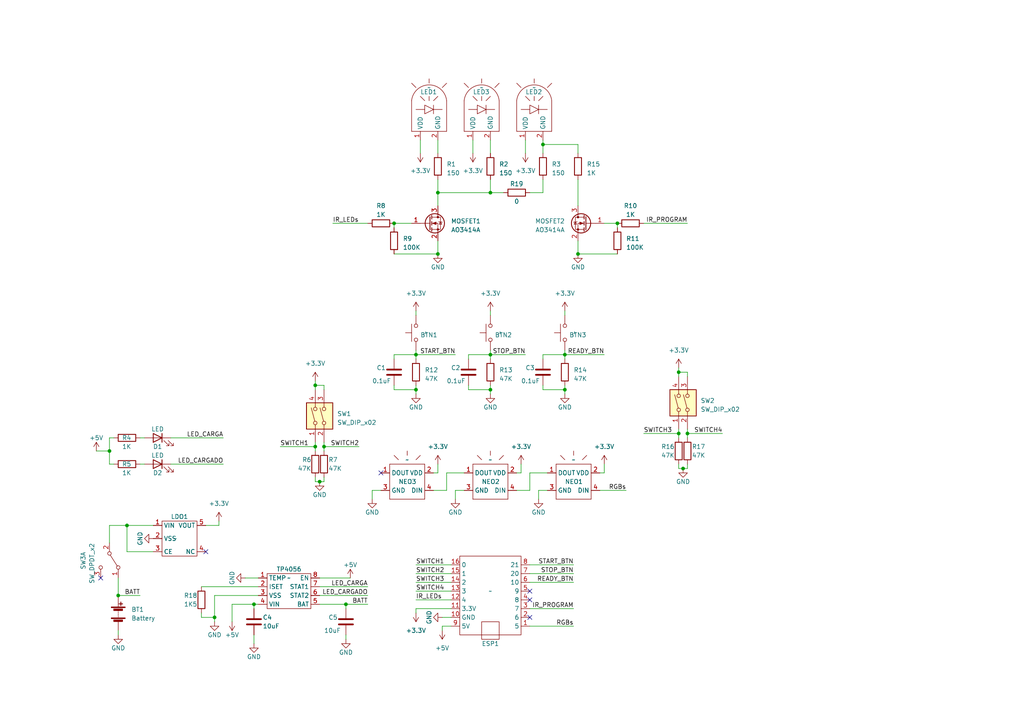
<source format=kicad_sch>
(kicad_sch (version 20230121) (generator eeschema)
  (paper "A4")
  (lib_symbols
    (symbol "Device:Battery" (pin_numbers hide) (pin_names (offset 0) hide)
      (property "Reference" "BT" (at 2.54 2.54 0))
      (property "Value" "Battery" (at 2.54 0 0))
      (symbol "Battery_0_1"
        (rectangle (start -2.032 -1.397) (end 2.032 -1.651) (fill (type outline)))
        (rectangle (start -2.032 1.778) (end 2.032 1.524) (fill (type outline)))
        (rectangle (start -1.3208 -1.9812) (end 1.27 -2.4892) (fill (type outline)))
        (rectangle (start -1.3208 1.1938) (end 1.27 0.6858) (fill (type outline)))
        (polyline (pts (xy 0 -1.524) (xy 0 -1.27)))
        (polyline (pts (xy 0 -1.016) (xy 0 -0.762)))
        (polyline (pts (xy 0 -0.508) (xy 0 -0.254)))
        (polyline (pts (xy 0 0) (xy 0 0.254)))
        (polyline (pts (xy 0 0.508) (xy 0 0.762)))
        (polyline (pts (xy 0 1.778) (xy 0 2.54)))
        (polyline (pts (xy 0.254 2.667) (xy 1.27 2.667)) (stroke (width 0.254)))
        (polyline (pts (xy 0.762 3.175) (xy 0.762 2.159)) (stroke (width 0.254)))
      )
      (symbol "Battery_1_1"
        (pin passive line (at 0 5.08 270) (length 2.54) (name "+") (number "1"))
        (pin passive line (at 0 -5.08 90) (length 2.54) (name "-") (number "2"))
      )
    )
    (symbol "Device:C" (pin_numbers hide) (pin_names (offset 0.254))
      (property "Reference" "C" (at 0.635 2.54 0))
      (property "Value" "C" (at 0.635 -2.54 0))
      (symbol "C_0_1"
        (polyline (pts (xy -2.032 -0.762) (xy 2.032 -0.762)) (stroke (width 0.508)))
        (polyline (pts (xy -2.032 0.762) (xy 2.032 0.762)) (stroke (width 0.508)))
      )
      (symbol "C_1_1"
        (pin passive line (at 0 3.81 270) (length 2.794) (name "~") (number "1"))
        (pin passive line (at 0 -3.81 90) (length 2.794) (name "~") (number "2"))
      )
    )
    (symbol "Device:LED" (pin_numbers hide) (pin_names (offset 1.016) hide)
      (property "Reference" "D" (at 0 2.54 0))
      (property "Value" "LED" (at 0 -2.54 0))
      (symbol "LED_0_1"
        (polyline (pts (xy -1.27 -1.27) (xy -1.27 1.27)) (stroke (width 0.254)))
        (polyline (pts (xy -1.27 0) (xy 1.27 0)))
        (polyline (pts (xy 1.27 -1.27) (xy 1.27 1.27) (xy -1.27 0) (xy 1.27 -1.27)) (stroke (width 0.254)))
        (polyline (pts (xy -3.048 -0.762) (xy -4.572 -2.286) (xy -3.81 -2.286) (xy -4.572 -2.286) (xy -4.572 -1.524)))
        (polyline (pts (xy -1.778 -0.762) (xy -3.302 -2.286) (xy -2.54 -2.286) (xy -3.302 -2.286) (xy -3.302 -1.524)))
      )
      (symbol "LED_1_1"
        (pin passive line (at -3.81 0 0) (length 2.54) (name "K") (number "1"))
        (pin passive line (at 3.81 0 180) (length 2.54) (name "A") (number "2"))
      )
    )
    (symbol "Device:R" (pin_numbers hide) (pin_names (offset 0))
      (property "Reference" "R" (at 2.032 0 90))
      (property "Value" "R" (at 0 0 90))
      (symbol "R_0_1"
        (rectangle (start -1.016 -2.54) (end 1.016 2.54) (stroke (width 0.254)))
      )
      (symbol "R_1_1"
        (pin passive line (at 0 3.81 270) (length 1.27) (name "~") (number "1"))
        (pin passive line (at 0 -3.81 90) (length 1.27) (name "~") (number "2"))
      )
    )
    (symbol "Led_5mm_WS2812D__1"
      (property "Reference" "NEO1" (at 0 3.81 0))
      (property "Value" "~" (at 2.54 10.16 0))
      (symbol "Led_5mm_WS2812D__1_0_1"
        (polyline (pts (xy -2.54 -1.27) (xy -2.54 8.89)))
        (polyline (pts (xy -2.54 -1.27) (xy 7.62 -1.27)))
        (polyline (pts (xy -2.54 8.89) (xy 7.62 8.89)))
        (polyline (pts (xy 0 10.16) (xy -1.27 11.43)))
        (polyline (pts (xy 2.54 11.43) (xy 2.54 12.7)))
        (polyline (pts (xy 5.08 10.16) (xy 6.35 11.43)))
        (polyline (pts (xy 7.62 -1.27) (xy 7.62 8.89)))
      )
      (symbol "Led_5mm_WS2812D__1_1_1"
        (pin input line (at -5.08 6.35 0) (length 2.54) (name "DOUT") (number "1"))
        (pin power_in line (at 10.16 6.35 180) (length 2.54) (name "VDD") (number "2"))
        (pin power_out line (at -5.08 1.27 0) (length 2.54) (name "GND") (number "3"))
        (pin input line (at 10.16 1.27 180) (length 2.54) (name "DIN") (number "4"))
      )
    )
    (symbol "Led_5mm_WS2812D__2"
      (property "Reference" "NEO2" (at 0 10.16 0))
      (property "Value" "~" (at 2.54 11.43 0))
      (symbol "Led_5mm_WS2812D__2_0_1"
        (polyline (pts (xy -2.54 -1.27) (xy -2.54 7.62)))
        (polyline (pts (xy -2.54 -1.27) (xy 7.62 -1.27)))
        (polyline (pts (xy -1.27 11.43) (xy -2.54 12.7)))
        (polyline (pts (xy 1.27 7.62) (xy 0 8.89)))
        (polyline (pts (xy 2.54 7.62) (xy 2.54 8.89)))
        (polyline (pts (xy 2.54 12.7) (xy 2.54 13.97)))
        (polyline (pts (xy 3.81 5.08) (xy 6.35 5.08)))
        (polyline (pts (xy 3.81 6.35) (xy 3.81 3.81)))
        (polyline (pts (xy 3.81 7.62) (xy 5.08 8.89)))
        (polyline (pts (xy 6.35 11.43) (xy 7.62 12.7)))
        (polyline (pts (xy 7.62 -1.27) (xy 7.62 7.62)))
        (polyline (pts (xy -1.27 5.08) (xy 1.27 5.08) (xy 1.27 3.81) (xy 3.81 5.08) (xy 1.27 6.35) (xy 1.27 5.08) (xy 1.27 6.35)))
        (arc (start 7.62 7.62) (mid 2.54 12.2078) (end -2.54 7.62))
      )
      (symbol "Led_5mm_WS2812D__2_1_1"
        (pin power_in line (at 0 -3.81 90) (length 2.54) (name "VDD") (number "1"))
        (pin power_out line (at 5.08 -3.81 90) (length 2.54) (name "GND") (number "2"))
      )
    )
    (symbol "Switch:SW_DIP_x02" (pin_names (offset 0) hide)
      (property "Reference" "SW" (at 0 6.35 0))
      (property "Value" "SW_DIP_x02" (at 0 -3.81 0))
      (symbol "SW_DIP_x02_0_0"
        (circle (center -2.032 0) (radius 0.508))
        (circle (center -2.032 2.54) (radius 0.508))
        (polyline (pts (xy -1.524 0.127) (xy 2.3622 1.1684)))
        (polyline (pts (xy -1.524 2.667) (xy 2.3622 3.7084)))
        (circle (center 2.032 0) (radius 0.508))
        (circle (center 2.032 2.54) (radius 0.508))
      )
      (symbol "SW_DIP_x02_0_1"
        (rectangle (start -3.81 5.08) (end 3.81 -2.54) (stroke (width 0.254)) (fill (type background)))
      )
      (symbol "SW_DIP_x02_1_1"
        (pin passive line (at -7.62 2.54 0) (length 5.08) (name "~") (number "1"))
        (pin passive line (at -7.62 0 0) (length 5.08) (name "~") (number "2"))
        (pin passive line (at 7.62 0 180) (length 5.08) (name "~") (number "3"))
        (pin passive line (at 7.62 2.54 180) (length 5.08) (name "~") (number "4"))
      )
    )
    (symbol "Switch:SW_DPDT_x2" (pin_names (offset 0) hide)
      (property "Reference" "SW" (at 0 4.318 0))
      (property "Value" "SW_DPDT_x2" (at 0 -5.08 0))
      (symbol "SW_DPDT_x2_0_0"
        (circle (center -2.032 0) (radius 0.508))
        (circle (center 2.032 -2.54) (radius 0.508))
      )
      (symbol "SW_DPDT_x2_0_1"
        (polyline (pts (xy -1.524 0.254) (xy 1.651 2.286)))
        (circle (center 2.032 2.54) (radius 0.508))
      )
      (symbol "SW_DPDT_x2_1_1"
        (pin passive line (at 5.08 2.54 180) (length 2.54) (name "A") (number "1"))
        (pin passive line (at -5.08 0 0) (length 2.54) (name "B") (number "2"))
        (pin passive line (at 5.08 -2.54 180) (length 2.54) (name "C") (number "3"))
      )
      (symbol "SW_DPDT_x2_2_1"
        (pin passive line (at 5.08 2.54 180) (length 2.54) (name "A") (number "4"))
        (pin passive line (at -5.08 0 0) (length 2.54) (name "B") (number "5"))
        (pin passive line (at 5.08 -2.54 180) (length 2.54) (name "C") (number "6"))
      )
    )
    (symbol "Transistor_FET:AO3400A" (pin_names hide)
      (property "Reference" "Q" (at 5.08 1.905 0))
      (property "Value" "AO3400A" (at 5.08 0 0))
      (symbol "AO3400A_0_1"
        (polyline (pts (xy 0.254 0) (xy -2.54 0)))
        (polyline (pts (xy 0.254 1.905) (xy 0.254 -1.905)) (stroke (width 0.254)))
        (polyline (pts (xy 0.762 -1.27) (xy 0.762 -2.286)) (stroke (width 0.254)))
        (polyline (pts (xy 0.762 0.508) (xy 0.762 -0.508)) (stroke (width 0.254)))
        (polyline (pts (xy 0.762 2.286) (xy 0.762 1.27)) (stroke (width 0.254)))
        (polyline (pts (xy 2.54 2.54) (xy 2.54 1.778)))
        (polyline (pts (xy 2.54 -2.54) (xy 2.54 0) (xy 0.762 0)))
        (polyline (pts (xy 0.762 -1.778) (xy 3.302 -1.778) (xy 3.302 1.778) (xy 0.762 1.778)))
        (polyline (pts (xy 1.016 0) (xy 2.032 0.381) (xy 2.032 -0.381) (xy 1.016 0)) (fill (type outline)))
        (polyline (pts (xy 2.794 0.508) (xy 2.921 0.381) (xy 3.683 0.381) (xy 3.81 0.254)))
        (polyline (pts (xy 3.302 0.381) (xy 2.921 -0.254) (xy 3.683 -0.254) (xy 3.302 0.381)))
        (circle (center 1.651 0) (radius 2.794) (stroke (width 0.254)))
        (circle (center 2.54 -1.778) (radius 0.254) (fill (type outline)))
        (circle (center 2.54 1.778) (radius 0.254) (fill (type outline)))
      )
      (symbol "AO3400A_1_1"
        (pin input line (at -5.08 0 0) (length 2.54) (name "G") (number "1"))
        (pin passive line (at 2.54 -5.08 90) (length 2.54) (name "S") (number "2"))
        (pin passive line (at 2.54 5.08 270) (length 2.54) (name "D") (number "3"))
      )
    )
    (symbol "custom_symbols:4056H"
      (property "Reference" "TP4056" (at 0 6.35 0))
      (property "Value" "~" (at 0 3.81 0))
      (symbol "4056H_0_1"
        (rectangle (start -6.35 5.08) (end 6.35 -5.08))
      )
      (symbol "4056H_1_1"
        (pin input line (at -8.89 3.81 0) (length 2.54) (name "TEMP") (number "1"))
        (pin input line (at -8.89 1.27 0) (length 2.54) (name "ISET") (number "2"))
        (pin input line (at -8.89 -1.27 0) (length 2.54) (name "VSS") (number "3"))
        (pin input line (at -8.89 -3.81 0) (length 2.54) (name "VIN") (number "4"))
        (pin input line (at 8.89 -3.81 180) (length 2.54) (name "BAT") (number "5"))
        (pin input line (at 8.89 -1.27 180) (length 2.54) (name "STAT2") (number "6"))
        (pin input line (at 8.89 1.27 180) (length 2.54) (name "STAT1") (number "7"))
        (pin input line (at 8.89 3.81 180) (length 2.54) (name "EN") (number "8"))
      )
    )
    (symbol "custom_symbols:Button" (pin_numbers hide) (pin_names (offset 1.016) hide)
      (property "Reference" "BTN" (at 1.27 2.54 0))
      (symbol "Button_0_1"
        (circle (center -2.032 0) (radius 0.508))
        (polyline (pts (xy 0 1.27) (xy 0 3.048)))
        (polyline (pts (xy 2.54 1.27) (xy -2.54 1.27)))
        (circle (center 2.032 0) (radius 0.508))
        (pin passive line (at -5.08 0 0) (length 2.54) (name "1") (number "1"))
        (pin passive line (at 5.08 0 180) (length 2.54) (name "2") (number "2"))
      )
    )
    (symbol "custom_symbols:ESP32_supermini"
      (property "Reference" "ESP1" (at 0 -1.27 0))
      (property "Value" "~" (at 0 -2.54 0))
      (symbol "ESP32_supermini_0_1"
        (rectangle (start -8.89 10.16) (end 8.89 -12.7))
        (rectangle (start -2.54 11.43) (end 2.54 6.35))
      )
      (symbol "ESP32_supermini_1_1"
        (pin bidirectional line (at -11.43 7.62 0) (length 2.54) (name "5") (number "1"))
        (pin power_in line (at 11.43 5.08 180) (length 2.54) (name "GND") (number "10"))
        (pin power_in line (at 11.43 2.54 180) (length 2.54) (name "3.3V") (number "11"))
        (pin bidirectional line (at 11.43 0 180) (length 2.54) (name "4") (number "12"))
        (pin bidirectional line (at 11.43 -2.54 180) (length 2.54) (name "3") (number "13"))
        (pin bidirectional line (at 11.43 -5.08 180) (length 2.54) (name "2") (number "14"))
        (pin bidirectional line (at 11.43 -7.62 180) (length 2.54) (name "1") (number "15"))
        (pin bidirectional line (at 11.43 -10.16 180) (length 2.54) (name "0") (number "16"))
        (pin bidirectional line (at -11.43 5.08 0) (length 2.54) (name "6") (number "2"))
        (pin bidirectional line (at -11.43 2.54 0) (length 2.54) (name "7") (number "3"))
        (pin bidirectional line (at -11.43 0 0) (length 2.54) (name "8") (number "4"))
        (pin bidirectional line (at -11.43 -2.54 0) (length 2.54) (name "9") (number "5"))
        (pin bidirectional line (at -11.43 -5.08 0) (length 2.54) (name "10") (number "6"))
        (pin bidirectional line (at -11.43 -7.62 0) (length 2.54) (name "20") (number "7"))
        (pin bidirectional line (at -11.43 -10.16 0) (length 2.54) (name "21") (number "8"))
        (pin power_in line (at 11.43 7.62 180) (length 2.54) (name "5V") (number "9"))
      )
    )
    (symbol "custom_symbols:LDO_ME611C33"
      (property "Reference" "LDO" (at 0 6.35 0))
      (symbol "LDO_ME611C33_0_1"
        (rectangle (start -5.08 5.08) (end 5.08 -5.08))
      )
      (symbol "LDO_ME611C33_1_1"
        (pin power_in line (at -7.62 3.81 0) (length 2.54) (name "VIN") (number "1"))
        (pin power_out line (at -7.62 0 0) (length 2.54) (name "VSS") (number "2"))
        (pin input line (at -7.62 -3.81 0) (length 2.54) (name "CE") (number "3"))
        (pin input line (at 7.62 -3.81 180) (length 2.54) (name "NC") (number "4"))
        (pin input line (at 7.62 3.81 180) (length 2.54) (name "VOUT") (number "5"))
      )
    )
    (symbol "power:+3.3V" (power) (pin_names (offset 0))
      (property "Value" "+3.3V" (at 0 3.556 0))
      (symbol "+3.3V_0_1"
        (polyline (pts (xy -0.762 1.27) (xy 0 2.54)))
        (polyline (pts (xy 0 0) (xy 0 2.54)))
        (polyline (pts (xy 0 2.54) (xy 0.762 1.27)))
      )
      (symbol "+3.3V_1_1"
        (pin power_in line (at 0 0 90) (length 0) hide (name "+3.3V") (number "1"))
      )
    )
    (symbol "power:+5V" (power) (pin_names (offset 0))
      (property "Value" "+5V" (at 0 3.556 0))
      (symbol "+5V_0_1"
        (polyline (pts (xy -0.762 1.27) (xy 0 2.54)))
        (polyline (pts (xy 0 0) (xy 0 2.54)))
        (polyline (pts (xy 0 2.54) (xy 0.762 1.27)))
      )
      (symbol "+5V_1_1"
        (pin power_in line (at 0 0 90) (length 0) hide (name "+5V") (number "1"))
      )
    )
    (symbol "power:GND" (power) (pin_names (offset 0))
      (property "Value" "GND" (at 0 -3.81 0))
      (symbol "GND_0_1"
        (polyline (pts (xy 0 0) (xy 0 -1.27) (xy 1.27 -1.27) (xy 0 -2.54) (xy -1.27 -1.27) (xy 0 -1.27)))
      )
      (symbol "GND_1_1"
        (pin power_in line (at 0 0 270) (length 0) hide (name "GND") (number "1"))
      )
    )
  )
  (junction (at 127 73.66))
  (junction (at 142.24 55.88))
  (junction (at 91.44 129.54))
  (junction (at 127 55.88))
  (junction (at 62.23 179.07))
  (junction (at 199.39 125.73))
  (junction (at 92.71 139.7))
  (junction (at 120.65 113.03))
  (junction (at 157.48 41.91))
  (junction (at 196.85 107.95))
  (junction (at 179.07 64.77))
  (junction (at 163.83 113.03))
  (junction (at 31.75 130.81))
  (junction (at 163.83 102.87))
  (junction (at 100.33 175.26))
  (junction (at 34.29 172.72))
  (junction (at 36.83 152.4))
  (junction (at 93.98 129.54))
  (junction (at 114.3 64.77))
  (junction (at 142.24 102.87))
  (junction (at 167.64 73.66))
  (junction (at 198.12 135.89))
  (junction (at 120.65 102.87))
  (junction (at 196.85 125.73))
  (junction (at 142.24 113.03))
  (junction (at 73.66 175.26))
  (junction (at 91.44 111.76))
  (no_connect (at 110.49 137.16))
  (no_connect (at 153.67 179.07))
  (no_connect (at 59.69 160.02))
  (no_connect (at 153.67 171.45))
  (no_connect (at 153.67 173.99))
  (no_connect (at 29.21 167.64))
  (wire (pts (xy 91.44 128.27) (xy 91.44 129.54)))
  (wire (pts (xy 127 55.88) (xy 127 59.69)))
  (wire (pts (xy 120.65 102.87) (xy 120.65 104.14)))
  (wire (pts (xy 167.64 41.91) (xy 167.64 44.45)))
  (wire (pts (xy 166.37 166.37) (xy 153.67 166.37)))
  (wire (pts (xy 71.12 167.64) (xy 74.93 167.64)))
  (wire (pts (xy 175.26 134.62) (xy 175.26 137.16)))
  (wire (pts (xy 142.24 52.07) (xy 142.24 55.88)))
  (wire (pts (xy 175.26 137.16) (xy 173.99 137.16)))
  (wire (pts (xy 157.48 41.91) (xy 167.64 41.91)))
  (wire (pts (xy 31.75 134.62) (xy 31.75 130.81)))
  (wire (pts (xy 137.16 40.64) (xy 137.16 44.45)))
  (wire (pts (xy 179.07 64.77) (xy 179.07 66.04)))
  (wire (pts (xy 100.33 175.26) (xy 106.68 175.26)))
  (wire (pts (xy 151.13 137.16) (xy 149.86 137.16)))
  (wire (pts (xy 36.83 160.02) (xy 36.83 152.4)))
  (wire (pts (xy 58.42 177.8) (xy 58.42 179.07)))
  (wire (pts (xy 142.24 102.87) (xy 152.4 102.87)))
  (wire (pts (xy 92.71 172.72) (xy 106.68 172.72)))
  (wire (pts (xy 157.48 41.91) (xy 157.48 44.45)))
  (wire (pts (xy 163.83 102.87) (xy 157.48 102.87)))
  (wire (pts (xy 91.44 111.76) (xy 91.44 113.03)))
  (wire (pts (xy 157.48 40.64) (xy 157.48 41.91)))
  (wire (pts (xy 91.44 139.7) (xy 92.71 139.7)))
  (wire (pts (xy 130.81 166.37) (xy 120.65 166.37)))
  (wire (pts (xy 196.85 107.95) (xy 199.39 107.95)))
  (wire (pts (xy 153.67 142.24) (xy 153.67 137.16)))
  (wire (pts (xy 142.24 113.03) (xy 142.24 114.3)))
  (wire (pts (xy 142.24 40.64) (xy 142.24 44.45)))
  (wire (pts (xy 31.75 152.4) (xy 36.83 152.4)))
  (wire (pts (xy 100.33 184.15) (xy 100.33 185.42)))
  (wire (pts (xy 163.83 113.03) (xy 163.83 114.3)))
  (wire (pts (xy 157.48 102.87) (xy 157.48 104.14)))
  (wire (pts (xy 199.39 107.95) (xy 199.39 109.22)))
  (wire (pts (xy 153.67 137.16) (xy 158.75 137.16)))
  (wire (pts (xy 121.92 40.64) (xy 121.92 44.45)))
  (wire (pts (xy 49.53 134.62) (xy 64.77 134.62)))
  (wire (pts (xy 166.37 176.53) (xy 153.67 176.53)))
  (wire (pts (xy 127 134.62) (xy 127 137.16)))
  (wire (pts (xy 58.42 170.18) (xy 74.93 170.18)))
  (wire (pts (xy 58.42 179.07) (xy 62.23 179.07)))
  (wire (pts (xy 36.83 152.4) (xy 44.45 152.4)))
  (wire (pts (xy 120.65 113.03) (xy 120.65 114.3)))
  (wire (pts (xy 166.37 181.61) (xy 153.67 181.61)))
  (wire (pts (xy 107.95 142.24) (xy 107.95 144.78)))
  (wire (pts (xy 163.83 111.76) (xy 163.83 113.03)))
  (wire (pts (xy 163.83 101.6) (xy 163.83 102.87)))
  (wire (pts (xy 127 55.88) (xy 142.24 55.88)))
  (wire (pts (xy 199.39 124.46) (xy 199.39 125.73)))
  (wire (pts (xy 130.81 179.07) (xy 128.27 179.07)))
  (wire (pts (xy 198.12 135.89) (xy 199.39 135.89)))
  (wire (pts (xy 149.86 142.24) (xy 153.67 142.24)))
  (wire (pts (xy 127 137.16) (xy 125.73 137.16)))
  (wire (pts (xy 92.71 139.7) (xy 93.98 139.7)))
  (wire (pts (xy 163.83 90.17) (xy 163.83 91.44)))
  (wire (pts (xy 130.81 171.45) (xy 120.65 171.45)))
  (wire (pts (xy 130.81 181.61) (xy 128.27 181.61)))
  (wire (pts (xy 128.27 181.61) (xy 128.27 182.88)))
  (wire (pts (xy 158.75 142.24) (xy 156.21 142.24)))
  (wire (pts (xy 91.44 110.49) (xy 91.44 111.76)))
  (wire (pts (xy 63.5 152.4) (xy 63.5 151.13)))
  (wire (pts (xy 129.54 142.24) (xy 129.54 137.16)))
  (wire (pts (xy 93.98 139.7) (xy 93.98 138.43)))
  (wire (pts (xy 27.94 130.81) (xy 31.75 130.81)))
  (wire (pts (xy 114.3 64.77) (xy 114.3 66.04)))
  (wire (pts (xy 81.28 129.54) (xy 91.44 129.54)))
  (wire (pts (xy 91.44 111.76) (xy 93.98 111.76)))
  (wire (pts (xy 67.31 175.26) (xy 73.66 175.26)))
  (wire (pts (xy 163.83 102.87) (xy 163.83 104.14)))
  (wire (pts (xy 186.69 64.77) (xy 199.39 64.77)))
  (wire (pts (xy 93.98 129.54) (xy 104.14 129.54)))
  (wire (pts (xy 196.85 135.89) (xy 198.12 135.89)))
  (wire (pts (xy 130.81 168.91) (xy 120.65 168.91)))
  (wire (pts (xy 31.75 152.4) (xy 31.75 157.48)))
  (wire (pts (xy 40.64 134.62) (xy 41.91 134.62)))
  (wire (pts (xy 166.37 163.83) (xy 153.67 163.83)))
  (wire (pts (xy 199.39 125.73) (xy 209.55 125.73)))
  (wire (pts (xy 196.85 107.95) (xy 196.85 109.22)))
  (wire (pts (xy 151.13 134.62) (xy 151.13 137.16)))
  (wire (pts (xy 92.71 167.64) (xy 101.6 167.64)))
  (wire (pts (xy 129.54 137.16) (xy 134.62 137.16)))
  (wire (pts (xy 199.39 125.73) (xy 199.39 127)))
  (wire (pts (xy 175.26 64.77) (xy 179.07 64.77)))
  (wire (pts (xy 173.99 142.24) (xy 181.61 142.24)))
  (wire (pts (xy 199.39 135.89) (xy 199.39 134.62)))
  (wire (pts (xy 120.65 176.53) (xy 120.65 177.8)))
  (wire (pts (xy 157.48 52.07) (xy 157.48 55.88)))
  (wire (pts (xy 142.24 102.87) (xy 142.24 104.14)))
  (wire (pts (xy 93.98 129.54) (xy 93.98 130.81)))
  (wire (pts (xy 114.3 64.77) (xy 119.38 64.77)))
  (wire (pts (xy 196.85 124.46) (xy 196.85 125.73)))
  (wire (pts (xy 92.71 175.26) (xy 100.33 175.26)))
  (wire (pts (xy 100.33 175.26) (xy 100.33 176.53)))
  (wire (pts (xy 127 52.07) (xy 127 55.88)))
  (wire (pts (xy 93.98 111.76) (xy 93.98 113.03)))
  (wire (pts (xy 166.37 168.91) (xy 153.67 168.91)))
  (wire (pts (xy 120.65 102.87) (xy 114.3 102.87)))
  (wire (pts (xy 142.24 55.88) (xy 146.05 55.88)))
  (wire (pts (xy 130.81 173.99) (xy 120.65 173.99)))
  (wire (pts (xy 167.64 73.66) (xy 179.07 73.66)))
  (wire (pts (xy 62.23 180.34) (xy 62.23 179.07)))
  (wire (pts (xy 62.23 179.07) (xy 62.23 172.72)))
  (wire (pts (xy 96.52 64.77) (xy 106.68 64.77)))
  (wire (pts (xy 110.49 142.24) (xy 107.95 142.24)))
  (wire (pts (xy 73.66 184.15) (xy 73.66 186.69)))
  (wire (pts (xy 135.89 111.76) (xy 135.89 113.03)))
  (wire (pts (xy 34.29 172.72) (xy 40.64 172.72)))
  (wire (pts (xy 153.67 55.88) (xy 157.48 55.88)))
  (wire (pts (xy 125.73 142.24) (xy 129.54 142.24)))
  (wire (pts (xy 93.98 128.27) (xy 93.98 129.54)))
  (wire (pts (xy 34.29 182.88) (xy 34.29 184.15)))
  (wire (pts (xy 142.24 90.17) (xy 142.24 91.44)))
  (wire (pts (xy 130.81 163.83) (xy 120.65 163.83)))
  (wire (pts (xy 135.89 113.03) (xy 142.24 113.03)))
  (wire (pts (xy 157.48 113.03) (xy 163.83 113.03)))
  (wire (pts (xy 114.3 102.87) (xy 114.3 104.14)))
  (wire (pts (xy 156.21 142.24) (xy 156.21 144.78)))
  (wire (pts (xy 91.44 138.43) (xy 91.44 139.7)))
  (wire (pts (xy 31.75 130.81) (xy 31.75 127)))
  (wire (pts (xy 31.75 127) (xy 33.02 127)))
  (wire (pts (xy 114.3 111.76) (xy 114.3 113.03)))
  (wire (pts (xy 120.65 111.76) (xy 120.65 113.03)))
  (wire (pts (xy 157.48 111.76) (xy 157.48 113.03)))
  (wire (pts (xy 142.24 111.76) (xy 142.24 113.03)))
  (wire (pts (xy 120.65 90.17) (xy 120.65 91.44)))
  (wire (pts (xy 91.44 129.54) (xy 91.44 130.81)))
  (wire (pts (xy 92.71 170.18) (xy 106.68 170.18)))
  (wire (pts (xy 186.69 125.73) (xy 196.85 125.73)))
  (wire (pts (xy 127 69.85) (xy 127 73.66)))
  (wire (pts (xy 134.62 142.24) (xy 132.08 142.24)))
  (wire (pts (xy 132.08 142.24) (xy 132.08 144.78)))
  (wire (pts (xy 34.29 167.64) (xy 34.29 172.72)))
  (wire (pts (xy 73.66 175.26) (xy 73.66 176.53)))
  (wire (pts (xy 120.65 101.6) (xy 120.65 102.87)))
  (wire (pts (xy 142.24 101.6) (xy 142.24 102.87)))
  (wire (pts (xy 142.24 102.87) (xy 135.89 102.87)))
  (wire (pts (xy 196.85 106.68) (xy 196.85 107.95)))
  (wire (pts (xy 67.31 175.26) (xy 67.31 180.34)))
  (wire (pts (xy 196.85 125.73) (xy 196.85 127)))
  (wire (pts (xy 62.23 172.72) (xy 74.93 172.72)))
  (wire (pts (xy 163.83 102.87) (xy 175.26 102.87)))
  (wire (pts (xy 49.53 127) (xy 64.77 127)))
  (wire (pts (xy 167.64 69.85) (xy 167.64 73.66)))
  (wire (pts (xy 73.66 175.26) (xy 74.93 175.26)))
  (wire (pts (xy 40.64 127) (xy 41.91 127)))
  (wire (pts (xy 120.65 102.87) (xy 132.08 102.87)))
  (wire (pts (xy 152.4 40.64) (xy 152.4 44.45)))
  (wire (pts (xy 130.81 176.53) (xy 120.65 176.53)))
  (wire (pts (xy 196.85 134.62) (xy 196.85 135.89)))
  (wire (pts (xy 135.89 102.87) (xy 135.89 104.14)))
  (wire (pts (xy 33.02 134.62) (xy 31.75 134.62)))
  (wire (pts (xy 44.45 160.02) (xy 36.83 160.02)))
  (wire (pts (xy 59.69 152.4) (xy 63.5 152.4)))
  (wire (pts (xy 114.3 73.66) (xy 127 73.66)))
  (wire (pts (xy 114.3 113.03) (xy 120.65 113.03)))
  (wire (pts (xy 127 40.64) (xy 127 44.45)))
  (wire (pts (xy 167.64 52.07) (xy 167.64 59.69)))
  (label "START_BTN" (at 166.37 163.83 180))
  (label "LED_CARGA" (at 64.77 127 180))
  (label "SWITCH2" (at 120.65 166.37 0))
  (label "IR_PROGRAM" (at 166.37 176.53 180))
  (label "READY_BTN" (at 175.26 102.87 180))
  (label "SWITCH1" (at 120.65 163.83 0))
  (label "SWITCH2" (at 104.14 129.54 180))
  (label "SWITCH4" (at 209.55 125.73 180))
  (label "RGBs" (at 181.61 142.24 180))
  (label "STOP_BTN" (at 152.4 102.87 180))
  (label "READY_BTN" (at 166.37 168.91 180))
  (label "IR_LEDs" (at 120.65 173.99 0))
  (label "BATT" (at 40.64 172.72 180))
  (label "SWITCH3" (at 120.65 168.91 0))
  (label "IR_PROGRAM" (at 199.39 64.77 180))
  (label "BATT" (at 106.68 175.26 180))
  (label "SWITCH3" (at 186.69 125.73 0))
  (label "IR_LEDs" (at 96.52 64.77 0))
  (label "LED_CARGA" (at 106.68 170.18 180))
  (label "LED_CARGADO" (at 106.68 172.72 180))
  (label "SWITCH1" (at 81.28 129.54 0))
  (label "STOP_BTN" (at 166.37 166.37 180))
  (label "LED_CARGADO" (at 64.77 134.62 180))
  (label "SWITCH4" (at 120.65 171.45 0))
  (label "RGBs" (at 166.37 181.61 180))
  (label "START_BTN" (at 132.08 102.87 180))
  (symbol (lib_id "Device:R") (at 114.3 69.85 0) (unit 1)
    (property "Reference" "R9" (at 116.84 69.215 0) (effects (justify left)))
    (property "Value" "100K" (at 116.84 71.755 0) (effects (justify left)))
    (property "Footprint" "Resistor_SMD:R_0805_2012Metric_Pad1.20x1.40mm_HandSolder" (effects hide))
  )
  (symbol (lib_id "custom_symbols:Button") (at 120.65 96.52 90) (unit 1)
    (property "Reference" "BTN1" (at 121.92 97.155 90) (effects (justify right)))
    (property "Value" "~" (at 123.444 96.52 0))
    (property "Footprint" "Button_Switch_SMD:SW_Push_1P1T_NO_6x6mm_H9.5mm" (effects hide))
    (property "Aliexpress" "https://es.aliexpress.com/item/1005005602103011.html" (effects hide))
  )
  (symbol (lib_id "Device:R") (at 157.48 48.26 0) (unit 1)
    (property "Reference" "R3" (at 160.02 47.625 0) (effects (justify left)))
    (property "Value" "150" (at 160.02 50.165 0) (effects (justify left)))
    (property "Footprint" "Resistor_SMD:R_0805_2012Metric_Pad1.20x1.40mm_HandSolder" (effects hide))
  )
  (symbol (lib_id "power:GND") (at 127 73.66 0) (unit 1)
    (property "Reference" "#PWR03" (effects hide))
    (property "Value" "GND" (at 127 77.47 0))
  )
  (symbol (lib_id "power:+3.3V") (at 91.44 110.49 0) (unit 1)
    (property "Reference" "#PWR020" (effects hide))
    (property "Value" "+3.3V" (at 91.44 105.41 0))
  )
  (symbol (lib_name "Led_5mm_WS2812D__1") (lib_id "custom_symbols:Led_5mm_WS2812D_") (at 139.7 143.51 0) (unit 1)
    (property "Reference" "NEO2" (at 139.7 139.7 0) (effects (justify left)))
    (property "Value" "~" (at 142.24 133.35 0))
    (property "Footprint" "custom_footprints:LED_WS2812B_2.0x2.0mm" (effects hide))
    (property "Aliexpress" "https://es.aliexpress.com/item/1005006449117605.html" (effects hide))
  )
  (symbol (lib_id "Device:R") (at 127 48.26 0) (unit 1)
    (property "Reference" "R1" (at 129.54 47.625 0) (effects (justify left)))
    (property "Value" "150" (at 129.54 50.165 0) (effects (justify left)))
    (property "Footprint" "Resistor_SMD:R_0805_2012Metric_Pad1.20x1.40mm_HandSolder" (effects hide))
  )
  (symbol (lib_id "custom_symbols:LDO_ME611C33") (at 52.07 156.21 0) (unit 1)
    (property "Reference" "LDO1" (at 52.07 149.86 0))
    (property "Value" "~" (at 50.8 156.21 0))
    (property "Footprint" "Package_TO_SOT_SMD:SOT-23-5_HandSoldering" (effects hide))
    (property "Aliexpress" "https://es.aliexpress.com/item/1005005766917685.html" (effects hide))
  )
  (symbol (lib_id "Device:R") (at 149.86 55.88 270) (unit 1)
    (property "Reference" "R19" (at 149.86 53.34 90))
    (property "Value" "0" (at 149.86 58.42 90))
    (property "Footprint" "Resistor_SMD:R_0805_2012Metric_Pad1.20x1.40mm_HandSolder" (effects hide))
  )
  (symbol (lib_id "power:+3.3V") (at 175.26 134.62 0) (unit 1)
    (property "Reference" "#PWR09" (effects hide))
    (property "Value" "+3.3V" (at 175.26 129.54 0))
  )
  (symbol (lib_id "Device:C") (at 100.33 180.34 0) (mirror y) (unit 1)
    (property "Reference" "C5" (at 95.25 179.07 0) (effects (justify right)))
    (property "Value" "10uF" (at 93.98 182.88 0) (effects (justify right)))
    (property "Footprint" "Capacitor_SMD:C_0805_2012Metric_Pad1.18x1.45mm_HandSolder" (effects hide))
  )
  (symbol (lib_id "power:GND") (at 120.65 114.3 0) (unit 1)
    (property "Reference" "#PWR017" (effects hide))
    (property "Value" "GND" (at 120.65 118.11 0))
  )
  (symbol (lib_id "power:GND") (at 132.08 144.78 0) (unit 1)
    (property "Reference" "#PWR010" (effects hide))
    (property "Value" "GND" (at 132.08 148.59 0))
  )
  (symbol (lib_name "Led_5mm_WS2812D__1") (lib_id "custom_symbols:Led_5mm_WS2812D_") (at 163.83 143.51 0) (unit 1)
    (property "Reference" "NEO1" (at 163.83 139.7 0) (effects (justify left)))
    (property "Value" "~" (at 166.37 133.35 0))
    (property "Footprint" "custom_footprints:LED_WS2812B_2.0x2.0mm" (effects hide))
    (property "Aliexpress" "https://es.aliexpress.com/item/1005006449117605.html" (effects hide))
  )
  (symbol (lib_id "Device:R") (at 196.85 130.81 0) (unit 1)
    (property "Reference" "R16" (at 191.77 129.54 0) (effects (justify left)))
    (property "Value" "47K" (at 191.77 132.08 0) (effects (justify left)))
    (property "Footprint" "Resistor_SMD:R_0805_2012Metric_Pad1.20x1.40mm_HandSolder" (effects hide))
  )
  (symbol (lib_id "power:+3.3V") (at 137.16 44.45 180) (unit 1)
    (property "Reference" "#PWR06" (effects hide))
    (property "Value" "+3.3V" (at 137.16 49.53 0))
  )
  (symbol (lib_id "custom_symbols:4056H") (at 83.82 171.45 0) (unit 1)
    (property "Reference" "TP4056" (at 83.82 165.1 0))
    (property "Value" "~" (at 83.82 167.64 0))
    (property "Footprint" "Package_SO:SOP-8_3.9x4.9mm_P1.27mm" (effects hide))
    (property "Aliexpress" "https://es.aliexpress.com/item/1005004600941907.html" (effects hide))
  )
  (symbol (lib_id "Device:R") (at 93.98 134.62 0) (unit 1)
    (property "Reference" "R7" (at 95.25 133.35 0) (effects (justify left)))
    (property "Value" "47K" (at 95.25 135.89 0) (effects (justify left)))
    (property "Footprint" "Resistor_SMD:R_0805_2012Metric_Pad1.20x1.40mm_HandSolder" (effects hide))
  )
  (symbol (lib_id "Switch:SW_DIP_x02") (at 199.39 116.84 90) (unit 1)
    (property "Reference" "SW2" (at 203.2 116.205 90) (effects (justify right)))
    (property "Value" "SW_DIP_x02" (at 203.2 118.745 90) (effects (justify right)))
    (property "Footprint" "Button_Switch_SMD:SW_DIP_SPSTx02_Slide_6.7x6.64mm_W8.61mm_P2.54mm_LowProfile" (effects hide))
    (property "Aliexpress" "https://es.aliexpress.com/item/1005006144087226.html" (effects hide))
  )
  (symbol (lib_id "power:GND") (at 198.12 135.89 0) (unit 1)
    (property "Reference" "#PWR02" (effects hide))
    (property "Value" "GND" (at 198.12 139.7 0))
  )
  (symbol (lib_id "Device:R") (at 36.83 127 90) (unit 1)
    (property "Reference" "R4" (at 38.1 127 90) (effects (justify left)))
    (property "Value" "1K" (at 38.1 129.54 90) (effects (justify left)))
    (property "Footprint" "Resistor_SMD:R_0805_2012Metric_Pad1.20x1.40mm_HandSolder" (effects hide))
  )
  (symbol (lib_id "Device:C") (at 73.66 180.34 0) (mirror y) (unit 1)
    (property "Reference" "C4" (at 76.2 179.07 0) (effects (justify right)))
    (property "Value" "10uF" (at 76.2 181.61 0) (effects (justify right)))
    (property "Footprint" "Capacitor_SMD:C_0805_2012Metric_Pad1.18x1.45mm_HandSolder" (effects hide))
  )
  (symbol (lib_id "Device:C") (at 135.89 107.95 0) (mirror y) (unit 1)
    (property "Reference" "C2" (at 130.81 106.68 0) (effects (justify right)))
    (property "Value" "0.1uF" (at 129.54 110.49 0) (effects (justify right)))
    (property "Footprint" "Capacitor_SMD:C_0805_2012Metric_Pad1.18x1.45mm_HandSolder" (effects hide))
  )
  (symbol (lib_id "Device:R") (at 167.64 48.26 0) (unit 1)
    (property "Reference" "R15" (at 170.18 47.625 0) (effects (justify left)))
    (property "Value" "1K" (at 170.18 50.165 0) (effects (justify left)))
    (property "Footprint" "Resistor_SMD:R_0805_2012Metric_Pad1.20x1.40mm_HandSolder" (effects hide))
  )
  (symbol (lib_id "power:+3.3V") (at 63.5 151.13 0) (unit 1)
    (property "Reference" "#PWR033" (effects hide))
    (property "Value" "+3.3V" (at 63.5 146.05 0))
  )
  (symbol (lib_id "power:+5V") (at 67.31 180.34 180) (unit 1)
    (property "Reference" "#PWR026" (effects hide))
    (property "Value" "+5V" (at 67.31 184.15 0))
  )
  (symbol (lib_id "Device:R") (at 110.49 64.77 90) (unit 1)
    (property "Reference" "R8" (at 110.49 59.69 90))
    (property "Value" "1K" (at 110.49 62.23 90))
    (property "Footprint" "Resistor_SMD:R_0805_2012Metric_Pad1.20x1.40mm_HandSolder" (effects hide))
  )
  (symbol (lib_id "Switch:SW_DPDT_x2") (at 31.75 162.56 270) (unit 1)
    (property "Reference" "SW3" (at 24.13 160.02 0) (effects (justify left)))
    (property "Value" "SW_DPDT_x2" (at 26.67 157.48 0) (effects (justify left)))
    (property "Footprint" "Button_Switch_SMD:SW_SPDT_PCM12" (effects hide))
    (property "Aliexpress" "https://es.aliexpress.com/item/32963237441.html" (effects hide))
  )
  (symbol (lib_id "power:GND") (at 34.29 184.15 0) (unit 1)
    (property "Reference" "#PWR021" (effects hide))
    (property "Value" "GND" (at 34.29 187.96 0))
  )
  (symbol (lib_id "power:GND") (at 44.45 156.21 270) (unit 1)
    (property "Reference" "#PWR023" (effects hide))
    (property "Value" "GND" (at 40.64 156.21 0))
  )
  (symbol (lib_name "Led_5mm_WS2812D__2") (lib_id "custom_symbols:Led_5mm_WS2812D_") (at 152.4 36.83 0) (unit 1)
    (property "Reference" "LED2" (at 152.4 26.67 0) (effects (justify left)))
    (property "Value" "~" (at 154.94 25.4 0))
    (property "Footprint" "custom_footprints:Leds_IR_Remote" (effects hide))
    (property "Aliexpress" "https://es.aliexpress.com/item/1005003852381793.html" (effects hide))
  )
  (symbol (lib_name "Led_5mm_WS2812D__1") (lib_id "custom_symbols:Led_5mm_WS2812D_") (at 115.57 143.51 0) (unit 1)
    (property "Reference" "NEO3" (at 115.57 139.7 0) (effects (justify left)))
    (property "Value" "~" (at 118.11 133.35 0))
    (property "Footprint" "custom_footprints:LED_WS2812B_2.0x2.0mm" (effects hide))
    (property "Aliexpress" "https://es.aliexpress.com/item/1005006449117605.html" (effects hide))
  )
  (symbol (lib_id "power:+3.3V") (at 142.24 90.17 0) (unit 1)
    (property "Reference" "#PWR015" (effects hide))
    (property "Value" "+3.3V" (at 142.24 85.09 0))
  )
  (symbol (lib_id "power:GND") (at 163.83 114.3 0) (unit 1)
    (property "Reference" "#PWR019" (effects hide))
    (property "Value" "GND" (at 163.83 118.11 0))
  )
  (symbol (lib_id "Device:R") (at 142.24 48.26 0) (unit 1)
    (property "Reference" "R2" (at 144.78 47.625 0) (effects (justify left)))
    (property "Value" "150" (at 144.78 50.165 0) (effects (justify left)))
    (property "Footprint" "Resistor_SMD:R_0805_2012Metric_Pad1.20x1.40mm_HandSolder" (effects hide))
  )
  (symbol (lib_id "power:+3.3V") (at 127 134.62 0) (unit 1)
    (property "Reference" "#PWR013" (effects hide))
    (property "Value" "+3.3V" (at 127 129.54 0))
  )
  (symbol (lib_id "Transistor_FET:AO3400A") (at 170.18 64.77 0) (mirror y) (unit 1)
    (property "Reference" "MOSFET2" (at 163.83 64.135 0) (effects (justify left)))
    (property "Value" "AO3414A" (at 163.83 66.675 0) (effects (justify left)))
    (property "Footprint" "Package_TO_SOT_SMD:SOT-23" (effects hide))
    (property "Datasheet" "http://www.aosmd.com/pdfs/datasheet/AO3400A.pdf" (effects hide))
  )
  (symbol (lib_name "Led_5mm_WS2812D__2") (lib_id "custom_symbols:Led_5mm_WS2812D_") (at 137.16 36.83 0) (unit 1)
    (property "Reference" "LED3" (at 137.16 26.67 0) (effects (justify left)))
    (property "Value" "~" (at 139.7 25.4 0))
    (property "Footprint" "custom_footprints:Leds_IR_Remote" (effects hide))
    (property "Aliexpress" "https://es.aliexpress.com/item/1005003852381793.html" (effects hide))
  )
  (symbol (lib_id "power:+5V") (at 128.27 182.88 180) (unit 1)
    (property "Reference" "#PWR029" (effects hide))
    (property "Value" "+5V" (at 128.27 187.96 0))
  )
  (symbol (lib_id "power:+3.3V") (at 151.13 134.62 0) (unit 1)
    (property "Reference" "#PWR011" (effects hide))
    (property "Value" "+3.3V" (at 151.13 129.54 0))
  )
  (symbol (lib_id "custom_symbols:Button") (at 163.83 96.52 90) (unit 1)
    (property "Reference" "BTN3" (at 165.1 97.155 90) (effects (justify right)))
    (property "Value" "~" (at 166.624 96.52 0))
    (property "Footprint" "Button_Switch_SMD:SW_Push_1P1T_NO_6x6mm_H9.5mm" (effects hide))
    (property "Aliexpress" "https://es.aliexpress.com/item/1005005602103011.html" (effects hide))
  )
  (symbol (lib_id "power:+5V") (at 101.6 167.64 0) (unit 1)
    (property "Reference" "#PWR030" (effects hide))
    (property "Value" "+5V" (at 101.6 163.83 0))
  )
  (symbol (lib_id "power:+3.3V") (at 120.65 177.8 180) (unit 1)
    (property "Reference" "#PWR024" (effects hide))
    (property "Value" "+3.3V" (at 120.65 182.88 0))
  )
  (symbol (lib_name "Led_5mm_WS2812D__2") (lib_id "custom_symbols:Led_5mm_WS2812D_") (at 121.92 36.83 0) (unit 1)
    (property "Reference" "LED1" (at 121.92 26.67 0) (effects (justify left)))
    (property "Value" "~" (at 124.46 25.4 0))
    (property "Footprint" "custom_footprints:Leds_IR_Remote" (effects hide))
    (property "Aliexpress" "https://es.aliexpress.com/item/1005003852381793.html" (effects hide))
  )
  (symbol (lib_id "power:GND") (at 128.27 179.07 270) (unit 1)
    (property "Reference" "#PWR025" (effects hide))
    (property "Value" "GND" (at 124.46 179.07 0))
  )
  (symbol (lib_id "Device:R") (at 179.07 69.85 0) (unit 1)
    (property "Reference" "R11" (at 181.61 69.215 0) (effects (justify left)))
    (property "Value" "100K" (at 181.61 71.755 0) (effects (justify left)))
    (property "Footprint" "Resistor_SMD:R_0805_2012Metric_Pad1.20x1.40mm_HandSolder" (effects hide))
  )
  (symbol (lib_id "Transistor_FET:AO3400A") (at 124.46 64.77 0) (unit 1)
    (property "Reference" "MOSFET1" (at 130.81 64.135 0) (effects (justify left)))
    (property "Value" "AO3414A" (at 130.81 66.675 0) (effects (justify left)))
    (property "Footprint" "Package_TO_SOT_SMD:SOT-23" (effects hide))
    (property "Datasheet" "http://www.aosmd.com/pdfs/datasheet/AO3400A.pdf" (effects hide))
  )
  (symbol (lib_id "power:+3.3V") (at 121.92 44.45 180) (unit 1)
    (property "Reference" "#PWR05" (effects hide))
    (property "Value" "+3.3V" (at 121.92 49.53 0))
  )
  (symbol (lib_id "power:+3.3V") (at 196.85 106.68 0) (unit 1)
    (property "Reference" "#PWR022" (effects hide))
    (property "Value" "+3.3V" (at 196.85 101.6 0))
  )
  (symbol (lib_id "custom_symbols:ESP32_supermini") (at 142.24 173.99 180) (unit 1)
    (property "Reference" "ESP1" (at 142.24 186.69 0))
    (property "Value" "~" (at 142.24 171.45 0))
    (property "Footprint" "custom_footprints:ESP32_supermini" (effects hide))
    (property "Aliexpress" "https://es.aliexpress.com/item/1005006350465839.html" (effects hide))
  )
  (symbol (lib_id "power:GND") (at 62.23 180.34 0) (unit 1)
    (property "Reference" "#PWR031" (effects hide))
    (property "Value" "GND" (at 62.23 184.15 0))
  )
  (symbol (lib_id "power:GND") (at 167.64 73.66 0) (unit 1)
    (property "Reference" "#PWR04" (effects hide))
    (property "Value" "GND" (at 167.64 77.47 0))
  )
  (symbol (lib_id "custom_symbols:Button") (at 142.24 96.52 90) (unit 1)
    (property "Reference" "BTN2" (at 143.51 97.155 90) (effects (justify right)))
    (property "Value" "~" (at 145.034 96.52 0))
    (property "Footprint" "Button_Switch_SMD:SW_Push_1P1T_NO_6x6mm_H9.5mm" (effects hide))
    (property "Aliexpress" "https://es.aliexpress.com/item/1005005602103011.html" (effects hide))
  )
  (symbol (lib_id "power:+3.3V") (at 152.4 44.45 180) (unit 1)
    (property "Reference" "#PWR07" (effects hide))
    (property "Value" "+3.3V" (at 152.4 49.53 0))
  )
  (symbol (lib_id "power:+5V") (at 27.94 130.81 0) (unit 1)
    (property "Reference" "#PWR032" (effects hide))
    (property "Value" "+5V" (at 27.94 127 0))
  )
  (symbol (lib_id "Device:C") (at 157.48 107.95 0) (mirror y) (unit 1)
    (property "Reference" "C3" (at 152.4 106.68 0) (effects (justify right)))
    (property "Value" "0.1uF" (at 151.13 110.49 0) (effects (justify right)))
    (property "Footprint" "Capacitor_SMD:C_0805_2012Metric_Pad1.18x1.45mm_HandSolder" (effects hide))
  )
  (symbol (lib_id "power:GND") (at 92.71 139.7 0) (unit 1)
    (property "Reference" "#PWR01" (effects hide))
    (property "Value" "GND" (at 92.71 143.51 0))
  )
  (symbol (lib_id "power:GND") (at 100.33 185.42 0) (unit 1)
    (property "Reference" "#PWR028" (effects hide))
    (property "Value" "GND" (at 100.33 189.23 0))
  )
  (symbol (lib_id "Device:R") (at 91.44 134.62 0) (unit 1)
    (property "Reference" "R6" (at 87.63 133.35 0) (effects (justify left)))
    (property "Value" "47K" (at 86.36 135.89 0) (effects (justify left)))
    (property "Footprint" "Resistor_SMD:R_0805_2012Metric_Pad1.20x1.40mm_HandSolder" (effects hide))
  )
  (symbol (lib_id "power:GND") (at 156.21 144.78 0) (unit 1)
    (property "Reference" "#PWR08" (effects hide))
    (property "Value" "GND" (at 156.21 148.59 0))
  )
  (symbol (lib_id "power:GND") (at 142.24 114.3 0) (unit 1)
    (property "Reference" "#PWR018" (effects hide))
    (property "Value" "GND" (at 142.24 118.11 0))
  )
  (symbol (lib_id "Device:R") (at 182.88 64.77 90) (unit 1)
    (property "Reference" "R10" (at 182.88 59.69 90))
    (property "Value" "1K" (at 182.88 62.23 90))
    (property "Footprint" "Resistor_SMD:R_0805_2012Metric_Pad1.20x1.40mm_HandSolder" (effects hide))
  )
  (symbol (lib_id "power:+3.3V") (at 120.65 90.17 0) (unit 1)
    (property "Reference" "#PWR014" (effects hide))
    (property "Value" "+3.3V" (at 120.65 85.09 0))
  )
  (symbol (lib_id "power:GND") (at 71.12 167.64 270) (unit 1)
    (property "Reference" "#PWR034" (effects hide))
    (property "Value" "GND" (at 67.31 167.64 0))
  )
  (symbol (lib_id "Device:Battery") (at 34.29 177.8 0) (unit 1)
    (property "Reference" "BT1" (at 38.1 176.784 0) (effects (justify left)))
    (property "Value" "Battery" (at 38.1 179.324 0) (effects (justify left)))
    (property "Footprint" "custom_footprints:Leds_IR_Remote" (effects hide))
    (property "Aliexpress" "https://es.aliexpress.com/item/1005006776171377.html" (effects hide))
  )
  (symbol (lib_id "Device:R") (at 36.83 134.62 90) (unit 1)
    (property "Reference" "R5" (at 38.1 134.62 90) (effects (justify left)))
    (property "Value" "1K" (at 38.1 137.16 90) (effects (justify left)))
    (property "Footprint" "Resistor_SMD:R_0805_2012Metric_Pad1.20x1.40mm_HandSolder" (effects hide))
  )
  (symbol (lib_id "Device:R") (at 142.24 107.95 0) (unit 1)
    (property "Reference" "R13" (at 144.78 107.315 0) (effects (justify left)))
    (property "Value" "47K" (at 144.78 109.855 0) (effects (justify left)))
    (property "Footprint" "Resistor_SMD:R_0805_2012Metric_Pad1.20x1.40mm_HandSolder" (effects hide))
  )
  (symbol (lib_id "power:GND") (at 73.66 186.69 0) (unit 1)
    (property "Reference" "#PWR027" (effects hide))
    (property "Value" "GND" (at 73.66 190.5 0))
  )
  (symbol (lib_id "Device:R") (at 58.42 173.99 0) (unit 1)
    (property "Reference" "R18" (at 53.34 172.72 0) (effects (justify left)))
    (property "Value" "1K5" (at 53.34 175.26 0) (effects (justify left)))
    (property "Footprint" "Resistor_SMD:R_0805_2012Metric_Pad1.20x1.40mm_HandSolder" (effects hide))
  )
  (symbol (lib_id "Device:LED") (at 45.72 127 0) (mirror y) (unit 1)
    (property "Reference" "D1" (at 45.72 129.54 0))
    (property "Value" "LED" (at 45.72 124.46 0))
    (property "Footprint" "LED_SMD:LED_0805_2012Metric_Pad1.15x1.40mm_HandSolder" (effects hide))
  )
  (symbol (lib_id "Device:R") (at 120.65 107.95 0) (unit 1)
    (property "Reference" "R12" (at 123.19 107.315 0) (effects (justify left)))
    (property "Value" "47K" (at 123.19 109.855 0) (effects (justify left)))
    (property "Footprint" "Resistor_SMD:R_0805_2012Metric_Pad1.20x1.40mm_HandSolder" (effects hide))
  )
  (symbol (lib_id "Device:R") (at 163.83 107.95 0) (unit 1)
    (property "Reference" "R14" (at 166.37 107.315 0) (effects (justify left)))
    (property "Value" "47K" (at 166.37 109.855 0) (effects (justify left)))
    (property "Footprint" "Resistor_SMD:R_0805_2012Metric_Pad1.20x1.40mm_HandSolder" (effects hide))
  )
  (symbol (lib_id "power:+3.3V") (at 163.83 90.17 0) (unit 1)
    (property "Reference" "#PWR016" (effects hide))
    (property "Value" "+3.3V" (at 163.83 85.09 0))
  )
  (symbol (lib_id "Device:LED") (at 45.72 134.62 0) (mirror y) (unit 1)
    (property "Reference" "D2" (at 45.72 137.16 0))
    (property "Value" "LED" (at 45.72 132.08 0))
    (property "Footprint" "LED_SMD:LED_0805_2012Metric_Pad1.15x1.40mm_HandSolder" (effects hide))
  )
  (symbol (lib_id "Switch:SW_DIP_x02") (at 93.98 120.65 90) (unit 1)
    (property "Reference" "SW1" (at 97.79 120.015 90) (effects (justify right)))
    (property "Value" "SW_DIP_x02" (at 97.79 122.555 90) (effects (justify right)))
    (property "Footprint" "Button_Switch_SMD:SW_DIP_SPSTx02_Slide_6.7x6.64mm_W8.61mm_P2.54mm_LowProfile" (effects hide))
    (property "Aliexpress" "https://es.aliexpress.com/item/1005006144087226.html" (effects hide))
  )
  (symbol (lib_id "power:GND") (at 107.95 144.78 0) (unit 1)
    (property "Reference" "#PWR012" (effects hide))
    (property "Value" "GND" (at 107.95 148.59 0))
  )
  (symbol (lib_id "Device:C") (at 114.3 107.95 0) (mirror y) (unit 1)
    (property "Reference" "C1" (at 109.22 106.68 0) (effects (justify right)))
    (property "Value" "0.1uF" (at 107.95 110.49 0) (effects (justify right)))
    (property "Footprint" "Capacitor_SMD:C_0805_2012Metric_Pad1.18x1.45mm_HandSolder" (effects hide))
  )
  (symbol (lib_id "Device:R") (at 199.39 130.81 0) (unit 1)
    (property "Reference" "R17" (at 200.66 129.54 0) (effects (justify left)))
    (property "Value" "47K" (at 200.66 132.08 0) (effects (justify left)))
    (property "Footprint" "Resistor_SMD:R_0805_2012Metric_Pad1.20x1.40mm_HandSolder" (effects hide))
  )
)
</source>
